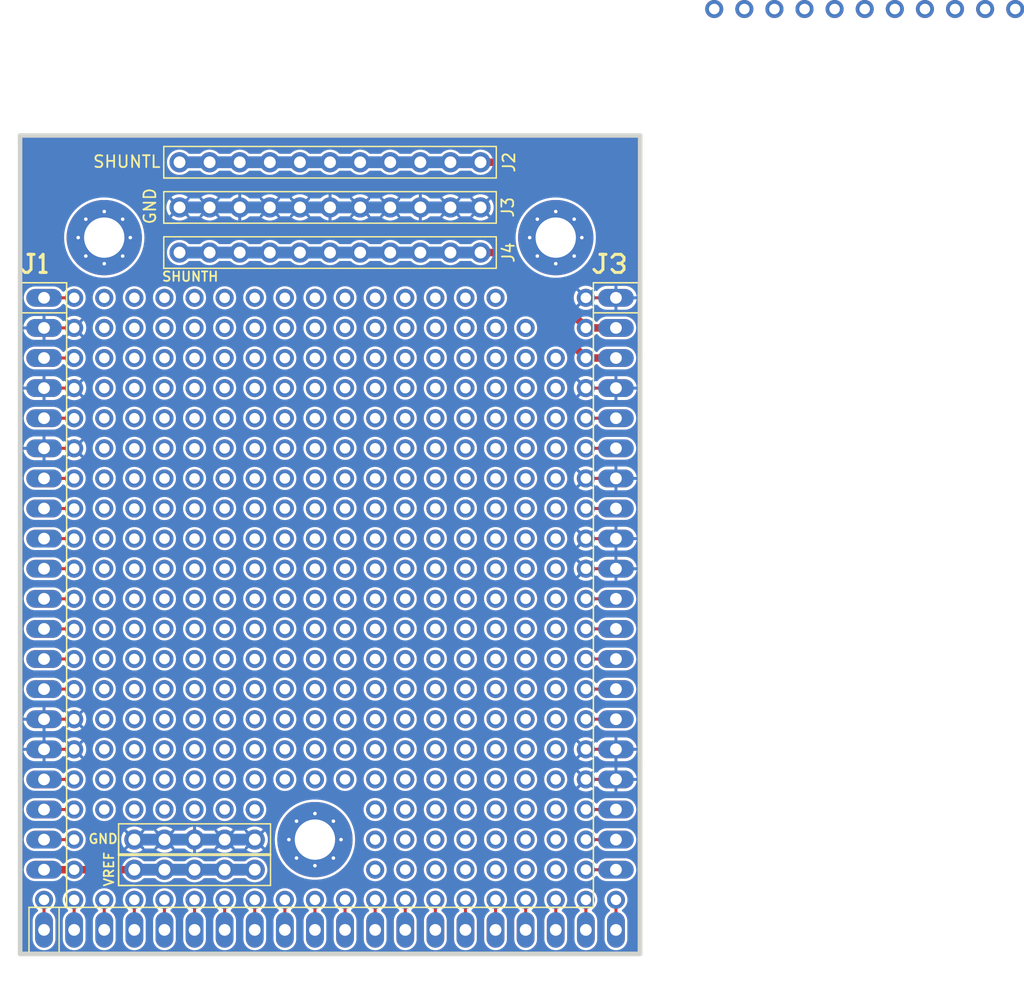
<source format=kicad_pcb>
(kicad_pcb (version 20221018) (generator pcbnew)
  (layers (0 "F.Cu" signal) (31 "B.Cu" signal) (34 "B.Paste" user) (35 "F.Paste" user) (36 "B.SilkS" user "B.Silkscreen") (37 "F.SilkS" user "F.Silkscreen") (38 "B.Mask" user) (39 "F.Mask" user) (44 "Edge.Cuts" user))
  (net 0 "")
  (net 1 "VCC")
  (net 2 "GND")
  (net 3 "unconnected-(J1-SPARE1-PadA1)")
  (net 4 "Net-(J1-CLKOUT)")
  (net 5 "Net-(J1-CLKIN)")
  (net 6 "GPI01")
  (net 7 "GPI02")
  (net 8 "GPI03")
  (net 9 "GPI04")
  (net 10 "RST")
  (net 11 "SCK")
  (net 12 "MISO")
  (net 13 "MOSI")
  (net 14 "PDIC")
  (net 15 "unconnected-(J1-HDR5-PadB15)")
  (net 16 "unconnected-(J1-SPARE2-PadA19)")
  (net 17 "unconnected-(J1-JTAG_TRST-PadB2)")
  (net 18 "unconnected-(J1-JTAG_TDI-PadB3)")
  (net 19 "unconnected-(J1-JTAG_TDO-PadB4)")
  (net 20 "unconnected-(J1-JTAG_TMS-PadB5)")
  (net 21 "unconnected-(J1-JTAG_TCK-PadB6)")
  (net 22 "unconnected-(J1-JTAG_VREF-PadB7)")
  (net 23 "unconnected-(J1-JTAG_NRST-PadB8)")
  (net 24 "unconnected-(J1-GND-PadB9)")
  (net 25 "PDID")
  (net 26 "unconnected-(J1-HDR3-PadB13)")
  (net 27 "unconnected-(J1-HDR1-PadB11)")
  (net 28 "unconnected-(J1-HDR10-PadB20)")
  (net 29 "VBUS")
  (net 30 "unconnected-(J1-FILT_HP-PadC6)")
  (net 31 "unconnected-(J1-VCC1.2V-PadC11)")
  (net 32 "unconnected-(J1-VCC1.8V-PadC12)")
  (net 33 "unconnected-(J1-VCC2.5V-PadC13)")
  (net 34 "unconnected-(J1-VCC5.0V-PadC15)")
  (net 35 "LED1")
  (net 36 "LED2")
  (net 37 "LED3")
  (net 38 "unconnected-(J1-HDR4-PadB14)")
  (net 39 "unconnected-(J1-GND-PadB10)")
  (net 40 "unconnected-(J1-HDR8-PadB18)")
  (net 41 "unconnected-(J1-HDR9-PadB19)")
  (net 42 "unconnected-(J1-HDR6-PadB16)")
  (net 43 "unconnected-(J1-HDR7-PadB17)")
  (net 44 "unconnected-(J1-GND-PadB1)")
  (net 45 "unconnected-(J1-HDR2-PadB12)")
  (net 46 "SHUNTH")
  (net 47 "unconnected-(J1-FILT_LP-PadC5)")
  (net 48 "unconnected-(J1-VCC3.3V-PadC14)")
  (net 49 "unconnected-(J1-FILTIN-PadC8)")
  (footprint "" (layer "F.Cu") (at 110.227011 -91.060846)
    (fp_text reference "")
    (fp_text value "")
  )
  (footprint "" (layer "F.Cu") (at 110.227011 -93.600846)
    (fp_text reference "")
    (fp_text value "")
  )
  (footprint "" (layer "F.Cu") (at 107.687011 -91.060846)
    (fp_text reference "")
    (fp_text value "")
  )
  (footprint "" (layer "F.Cu") (at 79.747011 -98.680846)
    (fp_text reference "")
    (fp_text value "")
  )
  (footprint "" (layer "F.Cu") (at 102.607011 -88.520846)
    (fp_text reference "")
    (fp_text value "")
  )
  (footprint "" (layer "F.Cu") (at 151.54 -128.13)
    (fp_text reference "")
    (fp_text value "")
  )
  (footprint "" (layer "F.Cu") (at 84.827011 -96.140846)
    (fp_text reference "")
    (fp_text value "")
  )
  (footprint "" (layer "F.Cu") (at 82.287011 -63.120846)
    (fp_text reference "")
    (fp_text value "")
  )
  (footprint "" (layer "F.Cu") (at 102.607011 -93.600846)
    (fp_text reference "")
    (fp_text value "")
  )
  (footprint "" (layer "F.Cu") (at 115.307011 -75.820846)
    (fp_text reference "")
    (fp_text value "")
  )
  (footprint "" (layer "F.Cu") (at 84.827011 -60.580846)
    (fp_text reference "")
    (fp_text value "")
  )
  (footprint "" (layer "F.Cu") (at 105.147011 -83.440846)
    (fp_text reference "")
    (fp_text value "")
  )
  (footprint "" (layer "F.Cu") (at 82.287011 -65.660846)
    (fp_text reference "")
    (fp_text value "")
  )
  (footprint "" (layer "F.Cu") (at 94.987011 -88.520846)
    (fp_text reference "")
    (fp_text value "")
  )
  (footprint "" (layer "F.Cu") (at 79.747011 -101.220846)
    (fp_text reference "")
    (fp_text value "")
  )
  (footprint "" (layer "F.Cu") (at 100.067011 -98.680846)
    (fp_text reference "")
    (fp_text value "")
  )
  (footprint "" (layer "F.Cu") (at 105.147011 -65.660846)
    (fp_text reference "")
    (fp_text value "")
  )
  (footprint "" (layer "F.Cu") (at 112.767011 -73.280846)
    (fp_text reference "")
    (fp_text value "")
  )
  (footprint "" (layer "F.Cu") (at 92.447011 -101.220846)
    (fp_text reference "")
    (fp_text value "")
  )
  (footprint "" (layer "F.Cu") (at 89.907011 -98.680846)
    (fp_text reference "")
    (fp_text value "")
  )
  (footprint "" (layer "F.Cu") (at 89.907011 -93.600846)
    (fp_text reference "")
    (fp_text value "")
  )
  (footprint "" (layer "F.Cu") (at 94.987011 -63.120846)
    (fp_text reference "")
    (fp_text value "")
  )
  (footprint "" (layer "F.Cu") (at 133.76 -128.13)
    (fp_text reference "")
    (fp_text value "")
  )
  (footprint "" (layer "F.Cu") (at 92.447011 -78.360846)
    (fp_text reference "")
    (fp_text value "")
  )
  (footprint "" (layer "F.Cu") (at 100.067011 -85.980846)
    (fp_text reference "")
    (fp_text value "")
  )
  (footprint "" (layer "F.Cu") (at 82.287011 -68.200846)
    (fp_text reference "")
    (fp_text value "")
  )
  (footprint "" (layer "F.Cu") (at 102.607011 -63.120846)
    (fp_text reference "")
    (fp_text value "")
  )
  (footprint "" (layer "F.Cu") (at 94.987011 -85.980846)
    (fp_text reference "")
    (fp_text value "")
  )
  (footprint "" (layer "F.Cu") (at 97.527011 -103.760846)
    (fp_text reference "")
    (fp_text value "")
  )
  (footprint "" (layer "F.Cu") (at 117.847011 -60.580846)
    (fp_text reference "")
    (fp_text value "")
  )
  (footprint "" (layer "F.Cu") (at 115.307011 -65.660846)
    (fp_text reference "")
    (fp_text value "")
  )
  (footprint "" (layer "F.Cu") (at 110.227011 -58.040846)
    (fp_text reference "")
    (fp_text value "")
  )
  (footprint "" (layer "F.Cu") (at 89.907011 -78.360846)
    (fp_text reference "")
    (fp_text value "")
  )
  (footprint "" (layer "F.Cu") (at 87.367011 -60.580846)
    (fp_text reference "")
    (fp_text value "")
  )
  (footprint "" (layer "F.Cu") (at 97.527011 -63.120846)
    (fp_text reference "")
    (fp_text value "")
  )
  (footprint "" (layer "F.Cu") (at 107.687011 -58.040846)
    (fp_text reference "")
    (fp_text value "")
  )
  (footprint "" (layer "F.Cu") (at 82.287011 -60.580846)
    (fp_text reference "")
    (fp_text value "")
  )
  (footprint "" (layer "F.Cu") (at 89.907011 -70.740846)
    (fp_text reference "")
    (fp_text value "")
  )
  (footprint "" (layer "F.Cu") (at 107.687011 -88.520846)
    (fp_text reference "")
    (fp_text value "")
  )
  (footprint "" (layer "F.Cu") (at 117.847011 -73.280846)
    (fp_text reference "")
    (fp_text value "")
  )
  (footprint "" (layer "F.Cu") (at 102.607011 -80.900846)
    (fp_text reference "")
    (fp_text value "")
  )
  (footprint "" (layer "F.Cu") (at 102.607011 -101.220846)
    (fp_text reference "")
    (fp_text value "")
  )
  (footprint "" (layer "F.Cu") (at 97.527011 -96.140846)
    (fp_text reference "")
    (fp_text value "")
  )
  (footprint "" (layer "F.Cu") (at 89.907011 -83.440846)
    (fp_text reference "")
    (fp_text value "")
  )
  (footprint "" (layer "F.Cu") (at 107.687011 -85.980846)
    (fp_text reference "")
    (fp_text value "")
  )
  (footprint "" (layer "F.Cu") (at 89.907011 -85.980846)
    (fp_text reference "")
    (fp_text value "")
  )
  (footprint "" (layer "F.Cu") (at 84.827011 -101.220846)
    (fp_text reference "")
    (fp_text value "")
  )
  (footprint "" (layer "F.Cu") (at 84.827011 -70.740846)
    (fp_text reference "")
    (fp_text value "")
  )
  (footprint "" (layer "F.Cu") (at 102.607011 -55.500846)
    (fp_text reference "")
    (fp_text value "")
  )
  (footprint "" (layer "F.Cu") (at 87.367011 -63.120846)
    (fp_text reference "")
    (fp_text value "")
  )
  (footprint "" (layer "F.Cu") (at 100.067011 -103.760846)
    (fp_text reference "")
    (fp_text value "")
  )
  (footprint "" (layer "F.Cu") (at 100.067011 -93.600846)
    (fp_text reference "")
    (fp_text value "")
  )
  (footprint "" (layer "F.Cu") (at 100.067011 -63.120846)
    (fp_text reference "")
    (fp_text value "")
  )
  (footprint "" (layer "F.Cu") (at 100.067011 -96.140846)
    (fp_text reference "")
    (fp_text value "")
  )
  (footprint "" (layer "F.Cu") (at 94.987011 -83.440846)
    (fp_text reference "")
    (fp_text value "")
  )
  (footprint "" (layer "F.Cu") (at 112.767011 -63.120846)
    (fp_text reference "")
    (fp_text value "")
  )
  (footprint "" (layer "F.Cu") (at 79.747011 -68.200846)
    (fp_text reference "")
    (fp_text value "")
  )
  (footprint "" (layer "F.Cu") (at 107.687011 -83.440846)
    (fp_text reference "")
    (fp_text value "")
  )
  (footprint "" (layer "F.Cu") (at 112.767011 -91.060846)
    (fp_text reference "")
    (fp_text value "")
  )
  (footprint "" (layer "F.Cu") (at 115.307011 -91.060846)
    (fp_text reference "")
    (fp_text value "")
  )
  (footprint "" (layer "F.Cu") (at 105.147011 -63.120846)
    (fp_text reference "")
    (fp_text value "")
  )
  (footprint "" (layer "F.Cu") (at 82.287011 -93.600846)
    (fp_text reference "")
    (fp_text value "")
  )
  (footprint "" (layer "F.Cu") (at 112.767011 -80.900846)
    (fp_text reference "")
    (fp_text value "")
  )
  (footprint "" (layer "F.Cu") (at 94.987011 -91.060846)
    (fp_text reference "")
    (fp_text value "")
  )
  (footprint "" (layer "F.Cu") (at 110.227011 -78.360846)
    (fp_text reference "")
    (fp_text value "")
  )
  (footprint "" (layer "F.Cu") (at 102.607011 -73.280846)
    (fp_text reference "")
    (fp_text value "")
  )
  (footprint "" (layer "F.Cu") (at 89.907011 -103.760846)
    (fp_text reference "")
    (fp_text value "")
  )
  (footprint "" (layer "F.Cu") (at 79.747011 -93.600846)
    (fp_text reference "")
    (fp_text value "")
  )
  (footprint "" (layer "F.Cu") (at 149 -128.13)
    (fp_text reference "")
    (fp_text value "")
  )
  (footprint "" (layer "F.Cu") (at 94.987011 -96.140846)
    (fp_text reference "")
    (fp_text value "")
  )
  (footprint "" (layer "F.Cu") (at 112.767011 -83.440846)
    (fp_text reference "")
    (fp_text value "")
  )
  (footprint "" (layer "F.Cu") (at 107.687011 -103.760846)
    (fp_text reference "")
    (fp_text value "")
  )
  (footprint "" (layer "F.Cu") (at 97.527011 -65.660846)
    (fp_text reference "")
    (fp_text value "")
  )
  (footprint "" (layer "F.Cu") (at 79.747011 -65.660846)
    (fp_text reference "")
    (fp_text value "")
  )
  (footprint "N76E003AT20:CONNECTED_PinHeader_1x05_P2.54mm_Vertical" (layer "F.Cu") (at 82.287011 -58.040846 90)
    (fp_text reference "J6" hide)
    (fp_text value "GND")
  )
  (footprint "" (layer "F.Cu") (at 102.607011 -60.580846)
    (fp_text reference "")
    (fp_text value "")
  )
  (footprint "" (layer "F.Cu") (at 84.827011 -80.900846)
    (fp_text reference "")
    (fp_text value "")
  )
  (footprint "" (layer "F.Cu") (at 92.447011 -73.280846)
    (fp_text reference "")
    (fp_text value "")
  )
  (footprint "" (layer "F.Cu") (at 97.527011 -68.200846)
    (fp_text reference "")
    (fp_text value "")
  )
  (footprint "" (layer "F.Cu") (at 112.767011 -58.040846)
    (fp_text reference "")
    (fp_text value "")
  )
  (footprint "" (layer "F.Cu") (at 97.527011 -93.600846)
    (fp_text reference "")
    (fp_text value "")
  )
  (footprint "" (layer "F.Cu") (at 97.527011 -85.980846)
    (fp_text reference "")
    (fp_text value "")
  )
  (footprint "" (layer "F.Cu") (at 100.067011 -68.200846)
    (fp_text reference "")
    (fp_text value "")
  )
  (footprint "" (layer "F.Cu") (at 100.067011 -88.520846)
    (fp_text reference "")
    (fp_text value "")
  )
  (footprint "N76E003AT20:CONNECTED_PinHeader_1x05_P2.54mm_Vertical" (layer "F.Cu") (at 82.287011 -55.500846 90)
    (fp_text reference "J5" hide)
    (fp_text value "VREF")
  )
  (footprint "" (layer "F.Cu") (at 102.607011 -83.440846)
    (fp_text reference "")
    (fp_text value "")
  )
  (footprint "" (layer "F.Cu") (at 87.367011 -103.760846)
    (fp_text reference "")
    (fp_text value "")
  )
  (footprint "" (layer "F.Cu") (at 115.307011 -93.600846)
    (fp_text reference "")
    (fp_text value "")
  )
  (footprint "" (layer "F.Cu") (at 92.447011 -88.520846)
    (fp_text reference "")
    (fp_text value "")
  )
  (footprint "" (layer "F.Cu") (at 117.847011 -55.500846)
    (fp_text reference "")
    (fp_text value "")
  )
  (footprint "" (layer "F.Cu") (at 102.607011 -85.980846)
    (fp_text reference "")
    (fp_text value "")
  )
  (footprint "" (layer "F.Cu") (at 94.987011 -101.220846)
    (fp_text reference "")
    (fp_text value "")
  )
  (footprint "" (layer "F.Cu") (at 87.367011 -101.220846)
    (fp_text reference "")
    (fp_text value "")
  )
  (footprint "" (layer "F.Cu") (at 97.527011 -83.440846)
    (fp_text reference "")
    (fp_text value "")
  )
  (footprint "" (layer "F.Cu") (at 115.307011 -101.220846)
    (fp_text reference "")
    (fp_text value "")
  )
  (footprint "" (layer "F.Cu") (at 117.847011 -68.200846)
    (fp_text reference "")
    (fp_text value "")
  )
  (footprint "" (layer "F.Cu") (at 146.46 -128.13)
    (fp_text reference "")
    (fp_text value "")
  )
  (footprint "" (layer "F.Cu") (at 84.827011 -68.200846)
    (fp_text reference "")
    (fp_text value "")
  )
  (footprint "" (layer "F.Cu") (at 105.147011 -96.140846)
    (fp_text reference "")
    (fp_text value "")
  )
  (footprint "" (layer "F.Cu") (at 107.687011 -60.580846)
    (fp_text reference "")
    (fp_text value "")
  )
  (footprint "" (layer "F.Cu") (at 92.447011 -75.820846)
    (fp_text reference "")
    (fp_text value "")
  )
  (footprint "N76E003AT20:CONNECTED_PinHeader_1x11_P2.54mm_Vertical" (layer "F.Cu") (at 86.1 -115.2 90)
    (fp_text reference "J2")
    (fp_text value "SHUNTL")
  )
  (footprint "" (layer "F.Cu") (at 82.287011 -85.980846)
    (fp_text reference "")
    (fp_text value "")
  )
  (footprint "" (layer "F.Cu") (at 107.687011 -78.360846)
    (fp_text reference "")
    (fp_text value "")
  )
  (footprint "" (layer "F.Cu") (at 87.367011 -80.900846)
    (fp_text reference "")
    (fp_text value "")
  )
  (footprint "" (layer "F.Cu") (at 79.747011 -60.580846)
    (fp_text reference "")
    (fp_text value "")
  )
  (footprint "" (layer "F.Cu") (at 82.287011 -103.760846)
    (fp_text reference "")
    (fp_text value "")
  )
  (footprint "" (layer "F.Cu") (at 82.287011 -91.060846)
    (fp_text reference "")
    (fp_text value "")
  )
  (footprint "" (layer "F.Cu") (at 94.987011 -65.660846)
    (fp_text reference "")
    (fp_text value "")
  )
  (footprint "" (layer "F.Cu") (at 115.307011 -63.120846)
    (fp_text reference "")
    (fp_text value "")
  )
  (footprint "" (layer "F.Cu") (at 92.447011 -91.060846)
    (fp_text reference "")
    (fp_text value "")
  )
  (footprint "N76E003AT20:CONNECTED_PinHeader_1x11_P2.54mm_Vertical" (layer "F.Cu") (at 86.1 -107.58 90)
    (fp_text reference "J4")
    (fp_text value "SHUNTH")
  )
  (footprint "" (layer "F.Cu") (at 117.847011 -80.900846)
    (fp_text reference "")
    (fp_text value "")
  )
  (footprint "" (layer "F.Cu") (at 110.227011 -75.820846)
    (fp_text reference "")
    (fp_text value "")
  )
  (footprint "" (layer "F.Cu") (at 107.687011 -80.900846)
    (fp_text reference "")
    (fp_text value "")
  )
  (footprint "" (layer "F.Cu") (at 112.767011 -65.660846)
    (fp_text reference "")
    (fp_text value "")
  )
  (footprint "" (layer "F.Cu") (at 110.227011 -73.280846)
    (fp_text reference "")
    (fp_text value "")
  )
  (footprint "" (layer "F.Cu") (at 84.827011 -93.600846)
    (fp_text reference "")
    (fp_text value "")
  )
  (footprint "" (layer "F.Cu") (at 112.767011 -60.580846)
    (fp_text reference "")
    (fp_text value "")
  )
  (footprint "" (layer "F.Cu") (at 110.227011 -68.200846)
    (fp_text reference "")
    (fp_text value "")
  )
  (footprint "" (layer "F.Cu") (at 107.687011 -65.660846)
    (fp_text reference "")
    (fp_text value "")
  )
  (footprint "" (layer "F.Cu") (at 84.827011 -78.360846)
    (fp_text reference "")
    (fp_text value "")
  )
  (footprint "" (layer "F.Cu") (at 84.827011 -88.520846)
    (fp_text reference "")
    (fp_text value "")
  )
  (footprint "" (layer "F.Cu") (at 97.527011 -80.900846)
    (fp_text reference "")
    (fp_text value "")
  )
  (footprint "" (layer "F.Cu") (at 105.147011 -88.520846)
    (fp_text reference "")
    (fp_text value "")
  )
  (footprint "" (layer "F.Cu") (at 100.067011 -78.360846)
    (fp_text reference "")
    (fp_text value "")
  )
  (footprint "" (layer "F.Cu") (at 110.227011 -85.980846)
    (fp_text reference "")
    (fp_text value "")
  )
  (footprint "" (layer "F.Cu") (at 117.847011 -58.040846)
    (fp_text reference "")
    (fp_text value "")
  )
  (footprint "" (layer "F.Cu") (at 115.307011 -55.500846)
    (fp_text reference "")
    (fp_text value "")
  )
  (footprint "" (layer "F.Cu") (at 92.447011 -65.660846)
    (fp_text reference "")
    (fp_text value "")
  )
  (footprint "" (layer "F.Cu") (at 89.907011 -96.140846)
    (fp_text reference "")
    (fp_text value "")
  )
  (footprint "" (layer "F.Cu") (at 105.147011 -55.500846)
    (fp_text reference "")
    (fp_text value "")
  )
  (footprint "" (layer "F.Cu") (at 112.767011 -88.520846)
    (fp_text reference "")
    (fp_text value "")
  )
  (footprint "" (layer "F.Cu") (at 92.447011 -96.140846)
    (fp_text reference "")
    (fp_text value "")
  )
  (footprint "" (layer "F.Cu") (at 84.827011 -103.760846)
    (fp_text reference "")
    (fp_text value "")
  )
  (footprint "" (layer "F.Cu") (at 97.527011 -91.060846)
    (fp_text reference "")
    (fp_text value "")
  )
  (footprint "" (layer "F.Cu") (at 79.747011 -103.760846)
    (fp_text reference "")
    (fp_text value "")
  )
  (footprint "" (layer "F.Cu") (at 110.227011 -96.140846)
    (fp_text reference "")
    (fp_text value "")
  )
  (footprint "" (layer "F.Cu") (at 143.92 -128.13)
    (fp_text reference "")
    (fp_text value "")
  )
  (footprint "" (layer "F.Cu") (at 87.367011 -85.980846)
    (fp_text reference "")
    (fp_text value "")
  )
  (footprint "" (layer "F.Cu") (at 89.907011 -88.520846)
    (fp_text reference "")
    (fp_text value "")
  )
  (footprint "" (layer "F.Cu") (at 79.747011 -63.120846)
    (fp_text reference "")
    (fp_text value "")
  )
  (footprint "" (layer "F.Cu") (at 94.987011 -93.600846)
    (fp_text reference "")
    (fp_text value "")
  )
  (footprint "" (layer "F.Cu") (at 97.527011 -73.280846)
    (fp_text reference "")
    (fp_text value "")
  )
  (footprint "" (layer "F.Cu") (at 79.747011 -85.980846)
    (fp_text reference "")
    (fp_text value "")
  )
  (footprint "" (layer "F.Cu") (at 87.367011 -91.060846)
    (fp_text reference "")
    (fp_text value "")
  )
  (footprint "" (layer "F.Cu") (at 79.747011 -96.140846)
    (fp_text reference "")
    (fp_text value "")
  )
  (footprint "" (layer "F.Cu") (at 131.22 -128.13)
    (fp_text reference "")
    (fp_text value "")
  )
  (footprint "" (layer "F.Cu") (at 97.527011 -88.520846)
    (fp_text reference "")
    (fp_text value "")
  )
  (footprint "" (layer "F.Cu") (at 107.687011 -70.740846)
    (fp_text reference "")
    (fp_text value "")
  )
  (footprint "" (layer "F.Cu") (at 107.687011 -55.500846)
    (fp_text reference "")
    (fp_text value "")
  )
  (footprint "" (layer "F.Cu") (at 79.747011 -91.060846)
    (fp_text reference "")
    (fp_text value "")
  )
  (footprint "" (layer "F.Cu") (at 82.287011 -96.140846)
    (fp_text reference "")
    (fp_text value "")
  )
  (footprint "" (layer "F.Cu") (at 107.687011 -101.220846)
    (fp_text reference "")
    (fp_text value "")
  )
  (footprint "" (layer "F.Cu") (at 102.607011 -58.040846)
    (fp_text reference "")
    (fp_text value "")
  )
  (footprint "" (layer "F.Cu") (at 102.607011 -78.360846)
    (fp_text reference "")
    (fp_text value "")
  )
  (footprint "" (layer "F.Cu") (at 107.687011 -93.600846)
    (fp_text reference "")
    (fp_text value "")
  )
  (footprint "" (layer "F.Cu") (at 94.987011 -68.200846)
    (fp_text reference "")
    (fp_text value "")
  )
  (footprint "" (layer "F.Cu") (at 117.847011 -65.660846)
    (fp_text reference "")
    (fp_text value "")
  )
  (footprint "" (layer "F.Cu") (at 100.067011 -73.280846)
    (fp_text reference "")
    (fp_text value "")
  )
  (footprint "" (layer "F.Cu") (at 82.287011 -78.360846)
    (fp_text reference "")
    (fp_text value "")
  )
  (footprint "" (layer "F.Cu") (at 154.08 -128.13)
    (fp_text reference "")
    (fp_text value "")
  )
  (footprint "" (layer "F.Cu") (at 117.847011 -91.060846)
    (fp_text reference "")
    (fp_text value "")
  )
  (footprint "" (layer "F.Cu") (at 84.827011 -91.060846)
    (fp_text reference "")
    (fp_text value "")
  )
  (footprint "" (layer "F.Cu") (at 102.607011 -96.140846)
    (fp_text reference "")
    (fp_text value "")
  )
  (footprint "" (layer "F.Cu") (at 100.067011 -75.820846)
    (fp_text reference "")
    (fp_text value "")
  )
  (footprint "" (layer "F.Cu") (at 115.307011 -80.900846)
    (fp_text reference "")
    (fp_text value "")
  )
  (footprint "N76E003AT20:CONNECTED_PinHeader_1x11_P2.54mm_Vertical" (layer "F.Cu") (at 86.1 -111.39 90)
    (fp_text reference "J3")
    (fp_text value "GND")
  )
  (footprint "" (layer "F.Cu") (at 110.227011 -88.520846)
    (fp_text reference "")
    (fp_text value "")
  )
  (footprint "" (layer "F.Cu") (at 115.307011 -88.520846)
    (fp_text reference "")
    (fp_text value "")
  )
  (footprint "" (layer "F.Cu") (at 115.307011 -60.580846)
    (fp_text reference "")
    (fp_text value "")
  )
  (footprint "" (layer "F.Cu") (at 117.847011 -85.980846)
    (fp_text reference "")
    (fp_text value "")
  )
  (footprint "" (layer "F.Cu") (at 105.147011 -58.040846)
    (fp_text reference "")
    (fp_text value "")
  )
  (footprint "" (layer "F.Cu") (at 89.907011 -68.200846)
    (fp_text reference "")
    (fp_text value "")
  )
  (footprint "" (layer "F.Cu") (at 87.367011 -96.140846)
    (fp_text reference "")
    (fp_text value "")
  )
  (footprint "" (layer "F.Cu") (at 115.307011 -85.980846)
    (fp_text reference "")
    (fp_text value "")
  )
  (footprint "" (layer "F.Cu") (at 97.527011 -98.680846)
    (fp_text reference "")
    (fp_text value "")
  )
  (footprint "" (layer "F.Cu") (at 100.067011 -101.220846)
    (fp_text reference "")
    (fp_text value "")
  )
  (footprint "" (layer "F.Cu") (at 110.227011 -101.220846)
    (fp_text reference "")
    (fp_text value "")
  )
  (footprint "" (layer "F.Cu") (at 112.767011 -70.740846)
    (fp_text reference "")
    (fp_text value "")
  )
  (footprint "" (layer "F.Cu") (at 92.447011 -80.900846)
    (fp_text reference "")
    (fp_text value "")
  )
  (footprint "" (layer "F.Cu") (at 92.447011 -98.680846)
    (fp_text reference "")
    (fp_text value "")
  )
  (footprint "" (layer "F.Cu") (at 87.367011 -75.820846)
    (fp_text reference "")
    (fp_text value "")
  )
  (footprint "" (layer "F.Cu") (at 105.147011 -98.680846)
    (fp_text reference "")
    (fp_text value "")
  )
  (footprint "" (layer "F.Cu") (at 94.987011 -103.760846)
    (fp_text reference "")
    (fp_text value "")
  )
  (footprint "" (layer "F.Cu") (at 112.767011 -103.760846)
    (fp_text reference "")
    (fp_text value "")
  )
  (footprint "" (layer "F.Cu") (at 79.747011 -70.740846)
    (fp_text reference "")
    (fp_text value "")
  )
  (footprint "" (layer "F.Cu") (at 100.067011 -80.900846)
    (fp_text reference "")
    (fp_text value "")
  )
  (footprint "" (layer "F.Cu") (at 84.827011 -63.120846)
    (fp_text reference "")
    (fp_text value "")
  )
  (footprint "" (layer "F.Cu") (at 79.747011 -75.820846)
    (fp_text reference "")
    (fp_text value "")
  )
  (footprint "" (layer "F.Cu") (at 110.227011 -65.660846)
    (fp_text reference "")
    (fp_text value "")
  )
  (footprint "" (layer "F.Cu") (at 92.447011 -68.200846)
    (fp_text reference "")
    (fp_text value "")
  )
  (footprint "" (layer "F.Cu") (at 110.227011 -83.440846)
    (fp_text reference "")
    (fp_text value "")
  )
  (footprint "" (layer "F.Cu") (at 87.367011 -73.280846)
    (fp_text reference "")
    (fp_text value "")
  )
  (footprint "" (layer "F.Cu") (at 110.227011 -80.900846)
    (fp_text reference "")
    (fp_text value "")
  )
  (footprint "" (layer "F.Cu") (at 117.847011 -88.520846)
    (fp_text reference "")
    (fp_text value "")
  )
  (footprint "" (layer "F.Cu") (at 115.307011 -78.360846)
    (fp_text reference "")
    (fp_text value "")
  )
  (footprint "" (layer "F.Cu") (at 105.147011 -75.820846)
    (fp_text reference "")
    (fp_text value "")
  )
  (footprint "" (layer "F.Cu") (at 94.987011 -80.900846)
    (fp_text reference "")
    (fp_text value "")
  )
  (footprint "" (layer "F.Cu") (at 112.767011 -55.500846)
    (fp_text reference "")
    (fp_text value "")
  )
  (footprint "" (layer "F.Cu") (at 94.987011 -70.740846)
    (fp_text reference "")
    (fp_text value "")
  )
  (footprint "" (layer "F.Cu") (at 105.147011 -70.740846)
    (fp_text reference "")
    (fp_text value "")
  )
  (footprint "" (layer "F.Cu") (at 87.367011 -98.680846)
    (fp_text reference "")
    (fp_text value "")
  )
  (footprint "" (layer "F.Cu") (at 92.447011 -63.120846)
    (fp_text reference "")
    (fp_text value "")
  )
  (footprint "" (layer "F.Cu") (at 102.607011 -75.820846)
    (fp_text reference "")
    (fp_text value "")
  )
  (footprint "" (layer "F.Cu") (at 92.447011 -83.440846)
    (fp_text reference "")
    (fp_text value "")
  )
  (footprint "" (layer "F.Cu") (at 117.847011 -75.820846)
    (fp_text reference "")
    (fp_text value "")
  )
  (footprint "" (layer "F.Cu") (at 82.287011 -73.280846)
    (fp_text reference "")
    (fp_text value "")
  )
  (footprint "" (layer "F.Cu") (at 115.307011 -96.140846)
    (fp_text reference "")
    (fp_text value "")
  )
  (footprint "" (layer "F.Cu") (at 79.747011 -88.520846)
    (fp_text reference "")
    (fp_text value "")
  )
  (footprint "" (layer "F.Cu") (at 89.907011 -65.660846)
    (fp_text reference "")
    (fp_text value "")
  )
  (footprint "" (layer "F.Cu") (at 105.147011 -85.980846)
    (fp_text reference "")
    (fp_text value "")
  )
  (footprint "" (layer "F.Cu") (at 97.527011 -78.360846)
    (fp_text reference "")
    (fp_text value "")
  )
  (footprint "" (layer "F.Cu") (at 87.367011 -88.520846)
    (fp_text reference "")
    (fp_text value "")
  )
  (footprint "" (layer "F.Cu") (at 87.367011 -65.660846)
    (fp_text reference "")
    (fp_text value "")
  )
  (footprint "" (layer "F.Cu") (at 112.767011 -101.220846)
    (fp_text reference "")
    (fp_text value "")
  )
  (footprint "" (layer "F.Cu") (at 156.62 -128.13)
    (fp_text reference "")
    (fp_text value "")
  )
  (footprint "" (layer "F.Cu") (at 115.307011 -83.440846)
    (fp_text reference "")
    (fp_text value "")
  )
  (footprint "" (layer "F.Cu") (at 112.767011 -78.360846)
    (fp_text reference "")
    (fp_text value "")
  )
  (footprint "" (layer "F.Cu") (at 110.227011 -63.120846)
    (fp_text reference "")
    (fp_text value "")
  )
  (footprint "" (layer "F.Cu") (at 107.687011 -96.140846)
    (fp_text reference "")
    (fp_text value "")
  )
  (footprint "" (layer "F.Cu") (at 102.607011 -103.760846)
    (fp_text reference "")
    (fp_text value "")
  )
  (footprint "" (layer "F.Cu") (at 115.307011 -70.740846)
    (fp_text reference "")
    (fp_text value "")
  )
  (footprint "" (layer "F.Cu") (at 89.907011 -73.280846)
    (fp_text reference "")
    (fp_text value "")
  )
  (footprint "" (layer "F.Cu") (at 84.827011 -83.440846)
    (fp_text reference "")
    (fp_text value "")
  )
  (footprint "" (layer "F.Cu") (at 117.847011 -93.600846)
    (fp_text reference "")
    (fp_text value "")
  )
  (footprint "" (layer "F.Cu") (at 100.067011 -91.060846)
    (fp_text reference "")
    (fp_text value "")
  )
  (footprint "" (layer "F.Cu") (at 100.067011 -83.440846)
    (fp_text reference "")
    (fp_text value "")
  )
  (footprint "" (layer "F.Cu") (at 89.907011 -80.900846)
    (fp_text reference "")
    (fp_text value "")
  )
  (footprint "" (layer "F.Cu") (at 102.607011 -65.660846)
    (fp_text reference "")
    (fp_text value "")
  )
  (footprint "" (layer "F.Cu") (at 117.847011 -70.740846)
    (fp_text reference "")
    (fp_text value "")
  )
  (footprint "" (layer "F.Cu") (at 117.847011 -63.120846)
    (fp_text reference "")
    (fp_text value "")
  )
  (footprint "" (layer "F.Cu") (at 92.447011 -85.980846)
    (fp_text reference "")
    (fp_text value "")
  )
  (footprint "" (layer "F.Cu") (at 110.227011 -98.680846)
    (fp_text reference "")
    (fp_text value "")
  )
  (footprint "" (layer "F.Cu") (at 84.827011 -75.820846)
    (fp_text reference "")
    (fp_text value "")
  )
  (footprint "" (layer "F.Cu") (at 110.227011 -70.740846)
    (fp_text reference "")
    (fp_text value "")
  )
  (footprint "" (layer "F.Cu") (at 105.147011 -103.760846)
    (fp_text reference "")
    (fp_text value "")
  )
  (footprint "" (layer "F.Cu") (at 107.687011 -73.280846)
    (fp_text reference "")
    (fp_text value "")
  )
  (footprint "" (layer "F.Cu") (at 117.847011 -83.440846)
    (fp_text reference "")
    (fp_text value "")
  )
  (footprint "" (layer "F.Cu") (at 115.307011 -73.280846)
    (fp_text reference "")
    (fp_text value "")
  )
  (footprint "" (layer "F.Cu") (at 82.287011 -80.900846)
    (fp_text reference "")
    (fp_text value "")
  )
  (footprint "" (layer "F.Cu") (at 82.287011 -88.520846)
    (fp_text reference "")
    (fp_text value "")
  )
  (footprint "" (layer "F.Cu") (at 112.767011 -75.820846)
    (fp_text reference "")
    (fp_text value "")
  )
  (footprint "" (layer "F.Cu") (at 82.287011 -83.440846)
    (fp_text reference "")
    (fp_text value "")
  )
  (footprint "" (layer "F.Cu") (at 105.147011 -78.360846)
    (fp_text reference "")
    (fp_text value "")
  )
  (footprint "" (layer "F.Cu") (at 112.767011 -93.600846)
    (fp_text reference "")
    (fp_text value "")
  )
  (footprint "" (layer "F.Cu") (at 84.827011 -98.680846)
    (fp_text reference "")
    (fp_text value "")
  )
  (footprint "" (layer "F.Cu") (at 112.767011 -85.980846)
    (fp_text reference "")
    (fp_text value "")
  )
  (footprint "" (layer "F.Cu") (at 92.447011 -70.740846)
    (fp_text reference "")
    (fp_text value "")
  )
  (footprint "" (layer "F.Cu") (at 87.367011 -83.440846)
    (fp_text reference "")
    (fp_text value "")
  )
  (footprint "" (layer "F.Cu") (at 100.067011 -65.660846)
    (fp_text reference "")
    (fp_text value "")
  )
  (footprint "" (layer "F.Cu") (at 87.367011 -70.740846)
    (fp_text reference "")
    (fp_text value "")
  )
  (footprint "" (layer "F.Cu") (at 102.607011 -91.060846)
    (fp_text reference "")
    (fp_text value "")
  )
  (footprint "" (layer "F.Cu") (at 97.527011 -70.740846)
    (fp_text reference "")
    (fp_text value "")
  )
  (footprint "" (layer "F.Cu") (at 112.767011 -68.200846)
    (fp_text reference "")
    (fp_text value "")
  )
  (footprint "" (layer "F.Cu") (at 87.367011 -78.360846)
    (fp_text reference "")
    (fp_text value "")
  )
  (footprint "" (layer "F.Cu") (at 112.767011 -98.680846)
    (fp_text reference "")
    (fp_text value "")
  )
  (footprint "" (layer "F.Cu") (at 87.367011 -93.600846)
    (fp_text reference "")
    (fp_text value "")
  )
  (footprint "" (layer "F.Cu") (at 82.287011 -70.740846)
    (fp_text reference "")
    (fp_text value "")
  )
  (footprint "" (layer "F.Cu") (at 92.447011 -93.600846)
    (fp_text reference "")
    (fp_text value "")
  )
  (footprint "" (layer "F.Cu") (at 89.907011 -75.820846)
    (fp_text reference "")
    (fp_text value "")
  )
  (footprint "" (layer "F.Cu") (at 79.747011 -73.280846)
    (fp_text reference "")
    (fp_text value "")
  )
  (footprint "" (layer "F.Cu") (at 115.307011 -68.200846)
    (fp_text reference "")
    (fp_text value "")
  )
  (footprint "" (layer "F.Cu") (at 79.747011 -80.900846)
    (fp_text reference "")
    (fp_text value "")
  )
  (footprint "" (layer "F.Cu") (at 105.147011 -73.280846)
    (fp_text reference "")
    (fp_text value "")
  )
  (footprint "" (layer "F.Cu") (at 115.307011 -58.040846)
    (fp_text reference "")
    (fp_text value "")
  )
  (footprint "" (layer "F.Cu") (at 105.147011 -101.220846)
    (fp_text reference "")
    (fp_text value "")
  )
  (footprint "" (layer "F.Cu") (at 110.227011 -60.580846)
    (fp_text reference "")
    (fp_text value "")
  )
  (footprint "" (layer "F.Cu") (at 84.827011 -73.280846)
    (fp_text reference "")
    (fp_text value "")
  )
  (footprint "" (layer "F.Cu") (at 107.687011 -98.680846)
    (fp_text reference "")
    (fp_text value "")
  )
  (footprint "" (layer "F.Cu") (at 84.827011 -85.980846)
    (fp_text reference "")
    (fp_text value "")
  )
  (footprint "" (layer "F.Cu") (at 102.607011 -98.680846)
    (fp_text reference "")
    (fp_text value "")
  )
  (footprint "" (layer "F.Cu") (at 87.367011 -68.200846)
    (fp_text reference "")
    (fp_text value "")
  )
  (footprint "" (layer "F.Cu") (at 117.847011 -96.140846)
    (fp_text reference "")
    (fp_text value "")
  )
  (footprint "" (layer "F.Cu") (at 107.687011 -75.820846)
    (fp_text reference "")
    (fp_text value "")
  )
  (footprint "" (layer "F.Cu") (at 97.527011 -75.820846)
    (fp_text reference "")
    (fp_text value "")
  )
  (footprint "" (layer "F.Cu") (at 100.067011 -70.740846)
    (fp_text reference "")
    (fp_text value "")
  )
  (footprint "" (layer "F.Cu") (at 97.527011 -101.220846)
    (fp_text reference "")
    (fp_text value "")
  )
  (footprint "" (layer "F.Cu") (at 79.747011 -78.360846)
    (fp_text reference "")
    (fp_text value "")
  )
  (footprint "" (layer "F.Cu") (at 110.227011 -103.760846)
    (fp_text reference "")
    (fp_text value "")
  )
  (footprint "" (layer "F.Cu") (at 115.307011 -98.680846)
    (fp_text reference "")
    (fp_text value "")
  )
  (footprint "" (layer "F.Cu") (at 105.147011 -93.600846)
    (fp_text reference "")
    (fp_text value "")
  )
  (footprint "" (layer "F.Cu") (at 117.847011 -98.680846)
    (fp_text reference "")
    (fp_text value "")
  )
  (footprint "" (layer "F.Cu") (at 84.827011 -65.660846)
    (fp_text reference "")
    (fp_text value "")
  )
  (footprint "" (layer "F.Cu") (at 105.147011 -68.200846)
    (fp_text reference "")
    (fp_text value "")
  )
  (footprint "" (layer "F.Cu") (at 117.847011 -78.360846)
    (fp_text reference "")
    (fp_text value "")
  )
  (footprint "" (layer "F.Cu") (at 107.687011 -68.200846)
    (fp_text reference "")
    (fp_text value "")
  )
  (footprint "" (layer "F.Cu") (at 136.3 -128.13)
    (fp_text reference "")
    (fp_text value "")
  )
  (footprint "" (layer "F.Cu") (at 141.38 -128.13)
    (fp_text reference "")
    (fp_text value "")
  )
  (footprint "" (layer "F.Cu") (at 102.607011 -70.740846)
    (fp_text reference "")
    (fp_text value "")
  )
  (footprint "" (layer "F.Cu") (at 92.447011 -103.760846)
    (fp_text reference "")
    (fp_text value "")
  )
  (footprint "" (layer "F.Cu") (at 105.147011 -91.060846)
    (fp_text reference "")
    (fp_text value "")
  )
  (footprint "" (layer "F.Cu") (at 94.987011 -78.360846)
    (fp_text reference "")
    (fp_text value "")
  )
  (footprint "" (layer "F.Cu") (at 94.987011 -75.820846)
    (fp_text reference "")
    (fp_text value "")
  )
  (footprint "" (layer "F.Cu") (at 92.447011 -60.580846)
    (fp_text reference "")
    (fp_text value "")
  )
  (footprint "" (layer "F.Cu") (at 110.227011 -55.500846)
    (fp_text reference "")
    (fp_text value "")
  )
  (footprint "" (layer "F.Cu") (at 138.84 -128.13)
    (fp_text reference "")
    (fp_text value "")
  )
  (footprint "" (layer "F.Cu") (at 82.287011 -98.680846)
    (fp_text reference "")
    (fp_text value "")
  )
  (footprint "" (layer "F.Cu") (at 82.287011 -75.820846)
    (fp_text reference "")
    (fp_text value "")
  )
  (footprint "" (layer "F.Cu") (at 89.907011 -63.120846)
    (fp_text reference "")
    (fp_text value "")
  )
  (footprint "chipwhisperer:CW308T_CONNBOARD" (layer "F.Cu") (at 74.667011 -103.760846)
    (fp_text reference "J1" hide)
    (fp_text value "CW308T_CONNBOARD" hide)
  )
  (footprint "" (layer "F.Cu") (at 112.767011 -96.140846)
    (fp_text reference "")
    (fp_text value "")
  )
  (footprint "" (layer "F.Cu") (at 105.147011 -60.580846)
    (fp_text reference "")
    (fp_text value "")
  )
  (footprint "" (layer "F.Cu") (at 102.607011 -68.200846)
    (fp_text reference "")
    (fp_text value "")
  )
  (footprint "" (layer "F.Cu") (at 107.687011 -63.120846)
    (fp_text reference "")
    (fp_text value "")
  )
  (footprint "" (layer "F.Cu") (at 89.907011 -60.580846)
    (fp_text reference "")
    (fp_text value "")
  )
  (footprint "" (layer "F.Cu") (at 94.987011 -73.280846)
    (fp_text reference "")
    (fp_text value "")
  )
  (footprint "" (layer "F.Cu") (at 94.987011 -98.680846)
    (fp_text reference "")
    (fp_text value "")
  )
  (footprint "" (layer "F.Cu") (at 89.907011 -91.060846)
    (fp_text reference "")
    (fp_text value "")
  )
  (footprint "" (layer "F.Cu") (at 105.147011 -80.900846)
    (fp_text reference "")
    (fp_text value "")
  )
  (footprint "" (layer "F.Cu") (at 79.747011 -83.440846)
    (fp_text reference "")
    (fp_text value "")
  )
  (footprint "" (layer "F.Cu") (at 89.907011 -101.220846)
    (fp_text reference "")
    (fp_text value "")
  )
  (footprint "" (layer "F.Cu") (at 82.287011 -101.220846)
    (fp_text reference "")
    (fp_text value "")
  )
  (gr_line (start 123.60834 -107.17479) (end 123.60834 -106.92105) (stroke (width 0.254)) (layer "F.SilkS"))
  (gr_line (start 74.33259 -105.9053) (end 74.84034 -105.9053) (stroke (width 0.254)) (layer "F.SilkS"))
  (gr_line (start 73.31685 -107.42879) (end 73.57085 -107.42879) (stroke (width 0.254)) (layer "F.SilkS"))
  (gr_line (start 122.08485 -107.42879) (end 121.57685 -107.42879) (stroke (width 0.254)) (layer "F.SilkS"))
  (gr_line (start 122.84659 -105.9053) (end 122.59259 -106.1593) (stroke (width 0.254)) (layer "F.SilkS"))
  (gr_line (start 123.35434 -105.9053) (end 122.84659 -105.9053) (stroke (width 0.254)) (layer "F.SilkS"))
  (gr_line (start 121.57685 -107.42879) (end 121.83085 -107.42879) (stroke (width 0.254)) (layer "F.SilkS"))
  (gr_line (start 121.57685 -105.9053) (end 121.3231 -105.9053) (stroke (width 0.254)) (layer "F.SilkS"))
  (gr_line (start 73.31685 -105.9053) (end 73.0631 -105.9053) (stroke (width 0.254)) (layer "F.SilkS"))
  (gr_line (start 123.60834 -106.41305) (end 123.60834 -106.1593) (stroke (width 0.254)) (layer "F.SilkS"))
  (gr_line (start 121.83085 -107.42879) (end 121.83085 -106.1593) (stroke (width 0.254)) (layer "F.SilkS"))
  (gr_line (start 73.57085 -106.1593) (end 73.31685 -105.9053) (stroke (width 0.254)) (layer "F.SilkS"))
  (gr_line (start 74.58659 -105.9053) (end 74.58659 -107.42879) (stroke (width 0.254)) (layer "F.SilkS"))
  (gr_line (start 121.3231 -105.9053) (end 121.0691 -106.1593) (stroke (width 0.254)) (layer "F.SilkS"))
  (gr_line (start 73.57085 -107.42879) (end 73.57085 -106.1593) (stroke (width 0.254)) (layer "F.SilkS"))
  (gr_line (start 123.35434 -106.66705) (end 123.60834 -106.41305) (stroke (width 0.254)) (layer "F.SilkS"))
  (gr_line (start 123.10034 -106.66705) (end 123.35434 -106.66705) (stroke (width 0.254)) (layer "F.SilkS"))
  (gr_line (start 73.82485 -107.42879) (end 73.31685 -107.42879) (stroke (width 0.254)) (layer "F.SilkS"))
  (gr_line (start 73.0631 -105.9053) (end 72.8091 -106.1593) (stroke (width 0.254)) (layer "F.SilkS"))
  (gr_line (start 122.84659 -107.42879) (end 123.35434 -107.42879) (stroke (width 0.254)) (layer "F.SilkS"))
  (gr_line (start 123.35434 -107.42879) (end 123.60834 -107.17479) (stroke (width 0.254)) (layer "F.SilkS"))
  (gr_line (start 74.58659 -107.42879) (end 74.33259 -107.17479) (stroke (width 0.254)) (layer "F.SilkS"))
  (gr_line (start 123.60834 -106.1593) (end 123.35434 -105.9053) (stroke (width 0.254)) (layer "F.SilkS"))
  (gr_line (start 123.60834 -106.92105) (end 123.35434 -106.66705) (stroke (width 0.254)) (layer "F.SilkS"))
  (gr_line (start 121.83085 -106.1593) (end 121.57685 -105.9053) (stroke (width 0.254)) (layer "F.SilkS"))
  (gr_line (start 122.59259 -107.17479) (end 122.84659 -107.42879) (stroke (width 0.254)) (layer "F.SilkS"))
  (gr_line (start 123.35434 -106.66705) (end 123.10034 -106.66705) (stroke (width 0.254)) (layer "F.SilkS"))
  (gr_line (start 74.84034 -105.9053) (end 74.58659 -105.9053) (stroke (width 0.254)) (layer "F.SilkS"))
  (gr_line (start 124.968 -48.4) (end 124.968 -64.516) (stroke (width 0.381)) (layer "Edge.Cuts"))
  (gr_line (start 72.644 -48.4) (end 72.644 -117.459) (stroke (width 0.381)) (layer "Edge.Cuts"))
  (gr_line (start 72.644 -117.459) (end 124.968 -117.459) (stroke (width 0.381)) (layer "Edge.Cuts"))
  (gr_line (start 124.968 -99.06) (end 124.968 -117.45) (stroke (width 0.381)) (layer "Edge.Cuts"))
  (gr_line (start 124.968 -64.516) (end 124.968 -99.06) (stroke (width 0.381)) (layer "Edge.Cuts"))
  (gr_line (start 72.65 -48.387) (end 124.968 -48.387) (stroke (width 0.381)) (layer "Edge.Cuts"))
  (via (at 78.191371 -110.396486) (size 0.6) (drill 0.3) (layers "F.Cu" "B.Cu") (net 0))
  (via (at 99.082651 -59.596486) (size 0.6) (drill 0.3) (layers "F.Cu" "B.Cu") (net 0))
  (via (at 79.747011 -111.040846) (size 0.6) (drill 0.3) (layers "F.Cu" "B.Cu") (net 0))
  (via (at 116.291371 -107.285206) (size 0.6) (drill 0.3) (layers "F.Cu" "B.Cu") (net 0))
  (via (at 81.302651 -110.396486) (size 0.6) (drill 0.3) (layers "F.Cu" "B.Cu") (net 0))
  (via (at 78.191371 -107.285206) (size 0.6) (drill 0.3) (layers "F.Cu" "B.Cu") (net 0))
  (via (at 81.302651 -107.285206) (size 0.6) (drill 0.3) (layers "F.Cu" "B.Cu") (net 0))
  (via (at 117.847011 -111.040846) (size 0.6) (drill 0.3) (layers "F.Cu" "B.Cu") (net 0))
  (via (at 95.971371 -59.596486) (size 0.6) (drill 0.3) (layers "F.Cu" "B.Cu") (net 0))
  (via (at 120.047011 -108.840846) (size 0.6) (drill 0.3) (layers "F.Cu" "B.Cu") (net 0))
  (via (at 79.747011 -106.640846) (size 0.6) (drill 0.3) (layers "F.Cu" "B.Cu") (net 0))
  (via (at 95.327011 -58.040846) (size 0.6) (drill 0.3) (layers "F.Cu" "B.Cu") (net 0))
  (via (at 119.402651 -107.285206) (size 0.6) (drill 0.3) (layers "F.Cu" "B.Cu") (net 0))
  (via (at 97.527011 -55.840846) (size 0.6) (drill 0.3) (layers "F.Cu" "B.Cu") (net 0))
  (via (at 115.647011 -108.840846) (size 0.6) (drill 0.3) (layers "F.Cu" "B.Cu") (net 0))
  (via (at 77.547011 -108.840846) (size 0.6) (drill 0.3) (layers "F.Cu" "B.Cu") (net 0))
  (via (at 95.971371 -56.485206) (size 0.6) (drill 0.3) (layers "F.Cu" "B.Cu") (net 0))
  (via (at 99.082651 -56.485206) (size 0.6) (drill 0.3) (layers "F.Cu" "B.Cu") (net 0))
  (via (at 117.847011 -106.640846) (size 0.6) (drill 0.3) (layers "F.Cu" "B.Cu") (net 0))
  (via (at 81.947011 -108.840846) (size 0.6) (drill 0.3) (layers "F.Cu" "B.Cu") (net 0))
  (via (at 99.727011 -58.040846) (size 0.6) (drill 0.3) (layers "F.Cu" "B.Cu") (net 0))
  (via (at 119.402651 -110.396486) (size 0.6) (drill 0.3) (layers "F.Cu" "B.Cu") (net 0))
  (via (at 97.527011 -60.240846) (size 0.6) (drill 0.3) (layers "F.Cu" "B.Cu") (net 0))
  (via (at 116.291371 -110.396486) (size 0.6) (drill 0.3) (layers "F.Cu" "B.Cu") (net 0))
  (segment (start 74.667011 -55.500846) (end 82.287011 -55.500846) (width 0.635) (layer "F.Cu") (net 1))
  (segment (start 74.667011 -101.220846) (end 77.207011 -101.220846) (width 0.254) (layer "F.Cu") (net 2))
  (segment (start 74.667011 -91.060846) (end 77.207011 -91.060846) (width 0.254) (layer "F.Cu") (net 2))
  (segment (start 120.387011 -63.120846) (end 122.927011 -63.120846) (width 0.254) (layer "F.Cu") (net 2))
  (segment (start 74.667011 -96.140846) (end 77.207011 -96.140846) (width 0.254) (layer "F.Cu") (net 2))
  (segment (start 120.387011 -103.760846) (end 122.927011 -103.760846) (width 0.254) (layer "F.Cu") (net 2))
  (segment (start 74.667011 -68.200846) (end 77.207011 -68.200846) (width 0.254) (layer "F.Cu") (net 2))
  (segment (start 120.387011 -83.440846) (end 122.927011 -83.440846) (width 0.254) (layer "F.Cu") (net 2))
  (segment (start 120.387011 -88.520846) (end 122.927011 -88.520846) (width 0.254) (layer "F.Cu") (net 2))
  (segment (start 120.387011 -80.900846) (end 122.927011 -80.900846) (width 0.254) (layer "F.Cu") (net 2))
  (segment (start 74.667011 -65.660846) (end 77.207011 -65.660846) (width 0.254) (layer "F.Cu") (net 2))
  (segment (start 120.387011 -96.140846) (end 122.927011 -96.140846) (width 0.254) (layer "F.Cu") (net 2))
  (segment (start 120.387011 -65.660846) (end 122.927011 -65.660846) (width 0.254) (layer "F.Cu") (net 2))
  (segment (start 74.667011 -103.760846) (end 77.207011 -103.760846) (width 0.254) (layer "F.Cu") (net 3))
  (segment (start 74.667011 -98.680846) (end 77.207011 -98.680846) (width 0.254) (layer "F.Cu") (net 4))
  (segment (start 74.667011 -93.600846) (end 77.207011 -93.600846) (width 0.254) (layer "F.Cu") (net 5))
  (segment (start 74.667011 -88.520846) (end 77.207011 -88.520846) (width 0.254) (layer "F.Cu") (net 6))
  (segment (start 74.667011 -85.980846) (end 77.207011 -85.980846) (width 0.254) (layer "F.Cu") (net 7))
  (segment (start 74.667011 -83.440846) (end 77.207011 -83.440846) (width 0.254) (layer "F.Cu") (net 8))
  (segment (start 74.667011 -80.900846) (end 77.207011 -80.900846) (width 0.254) (layer "F.Cu") (net 9))
  (segment (start 74.667011 -78.360846) (end 77.207011 -78.360846) (width 0.254) (layer "F.Cu") (net 10))
  (segment (start 74.667011 -75.820846) (end 77.207011 -75.820846) (width 0.254) (layer "F.Cu") (net 11))
  (segment (start 74.667011 -73.280846) (end 77.207011 -73.280846) (width 0.254) (layer "F.Cu") (net 12))
  (segment (start 74.667011 -70.740846) (end 77.207011 -70.740846) (width 0.254) (layer "F.Cu") (net 13))
  (segment (start 74.667011 -63.120846) (end 77.207011 -63.120846) (width 0.254) (layer "F.Cu") (net 14))
  (segment (start 110.227011 -50.420846) (end 110.227011 -52.960846) (width 0.254) (layer "F.Cu") (net 15))
  (segment (start 74.667011 -58.040846) (end 77.207011 -58.040846) (width 0.254) (layer "F.Cu") (net 16))
  (segment (start 77.207011 -50.420846) (end 77.207011 -52.960846) (width 0.254) (layer "F.Cu") (net 17))
  (segment (start 79.747011 -50.420846) (end 79.747011 -52.960846) (width 0.254) (layer "F.Cu") (net 18))
  (segment (start 82.287011 -50.420846) (end 82.287011 -52.960846) (width 0.254) (layer "F.Cu") (net 19))
  (segment (start 84.827011 -50.420846) (end 84.827011 -52.960846) (width 0.254) (layer "F.Cu") (net 20))
  (segment (start 87.367011 -50.420846) (end 87.367011 -52.960846) (width 0.254) (layer "F.Cu") (net 21))
  (segment (start 89.907011 -50.420846) (end 89.907011 -52.960846) (width 0.254) (layer "F.Cu") (net 22))
  (segment (start 92.447011 -50.420846) (end 92.447011 -52.960846) (width 0.254) (layer "F.Cu") (net 23))
  (segment (start 94.987011 -50.420846) (end 94.987011 -52.960846) (width 0.254) (layer "F.Cu") (net 24))
  (segment (start 74.667011 -60.580846) (end 77.207011 -60.580846) (width 0.254) (layer "F.Cu") (net 25))
  (segment (start 105.147011 -50.420846) (end 105.147011 -52.960846) (width 0.254) (layer "F.Cu") (net 26))
  (segment (start 100.067011 -50.420846) (end 100.067011 -52.960846) (width 0.254) (layer "F.Cu") (net 27))
  (segment (start 122.927011 -50.420846) (end 122.927011 -52.960846) (width 0.254) (layer "F.Cu") (net 28))
  (segment (start 120.387011 -101.220846) (end 120.387011 -101.262989) (width 0.635) (layer "F.Cu") (net 29))
  (segment (start 122.05 -106.15) (end 122.05 -112.65) (width 0.635) (layer "F.Cu") (net 29))
  (segment (start 119.65 -105.35) (end 121.25 -105.35) (width 0.635) (layer "F.Cu") (net 29))
  (segment (start 118.85 -102.8) (end 118.85 -104.55) (width 0.635) (layer "F.Cu") (net 29))
  (segment (start 118.85 -104.55) (end 119.65 -105.35) (width 0.635) (layer "F.Cu") (net 29))
  (segment (start 121.25 -105.35) (end 122.05 -106.15) (width 0.635) (layer "F.Cu") (net 29))
  (segment (start 119.5 -115.2) (end 111.5 -115.2) (width 0.635) (layer "F.Cu") (net 29))
  (segment (start 120.387011 -101.220846) (end 122.927011 -101.220846) (width 0.635) (layer "F.Cu") (net 29))
  (segment (start 122.05 -112.65) (end 119.5 -115.2) (width 0.635) (layer "F.Cu") (net 29))
  (segment (start 120.387011 -101.262989) (end 118.85 -102.8) (width 0.635) (layer "F.Cu") (net 29))
  (segment (start 120.387011 -91.060846) (end 122.927011 -91.060846) (width 0.254) (layer "F.Cu") (net 30))
  (segment (start 120.387011 -78.360846) (end 122.927011 -78.360846) (width 0.254) (layer "F.Cu") (net 31))
  (segment (start 120.387011 -75.820846) (end 122.927011 -75.820846) (width 0.254) (layer "F.Cu") (net 32))
  (segment (start 120.387011 -73.280846) (end 122.927011 -73.280846) (width 0.254) (layer "F.Cu") (net 33))
  (segment (start 120.387011 -68.200846) (end 122.927011 -68.200846) (width 0.254) (layer "F.Cu") (net 34))
  (segment (start 120.387011 -60.580846) (end 122.927011 -60.580846) (width 0.254) (layer "F.Cu") (net 35))
  (segment (start 120.387011 -58.040846) (end 122.927011 -58.040846) (width 0.254) (layer "F.Cu") (net 36))
  (segment (start 120.387011 -55.500846) (end 122.927011 -55.500846) (width 0.254) (layer "F.Cu") (net 37))
  (segment (start 107.687011 -50.420846) (end 107.687011 -52.960846) (width 0.254) (layer "F.Cu") (net 38))
  (segment (start 97.527011 -50.420846) (end 97.527011 -52.960846) (width 0.254) (layer "F.Cu") (net 39))
  (segment (start 117.847011 -50.420846) (end 117.847011 -52.960846) (width 0.254) (layer "F.Cu") (net 40))
  (segment (start 120.387011 -50.420846) (end 120.387011 -52.960846) (width 0.254) (layer "F.Cu") (net 41))
  (segment (start 112.767011 -50.420846) (end 112.767011 -52.960846) (width 0.254) (layer "F.Cu") (net 42))
  (segment (start 115.307011 -50.420846) (end 115.307011 -52.960846) (width 0.254) (layer "F.Cu") (net 43))
  (segment (start 74.667011 -50.420846) (end 74.667011 -52.960846) (width 0.254) (layer "F.Cu") (net 44))
  (segment (start 102.607011 -50.420846) (end 102.607011 -52.960846) (width 0.254) (layer "F.Cu") (net 45))
  (segment (start 122.927011 -98.680846) (end 120.387011 -98.680846) (width 0.635) (layer "F.Cu") (net 46))
  (segment (start 117.2 -103.3) (end 112.92 -107.58) (width 0.635) (layer "F.Cu") (net 46))
  (segment (start 112.92 -107.58) (end 111.5 -107.58) (width 0.635) (layer "F.Cu") (net 46))
  (segment (start 111.7 -107.58) (end 111.5 -107.58) (width 0.635) (layer "F.Cu") (net 46))
  (segment (start 120.387011 -98.680846) (end 117.2 -101.867857) (width 0.635) (layer "F.Cu") (net 46))
  (segment (start 117.2 -101.867857) (end 117.2 -103.3) (width 0.635) (layer "F.Cu") (net 46))
  (segment (start 120.387011 -93.600846) (end 122.927011 -93.600846) (width 0.254) (layer "F.Cu") (net 47))
  (segment (start 120.387011 -70.740846) (end 122.927011 -70.740846) (width 0.254) (layer "F.Cu") (net 48))
  (segment (start 120.387011 -85.980846) (end 122.927011 -85.980846) (width 0.254) (layer "F.Cu") (net 49))
  (zone (net 2) (net_name "GND") (layer "B.Cu") (connect_pads (clearance 0.21)) (min_thickness 0.25) (fill yes (thermal_gap 0.254) (thermal_bridge_width 0.254))
    (polygon (pts (xy 126.65 -119.05) (xy 126.65 -46.45) (xy 126.05 -45.85) (xy 72.9 -45.85) (xy 70.95 -47.8) (xy 70.95 -118.2) (xy 71.8 -119.05)))
  )
)
</source>
